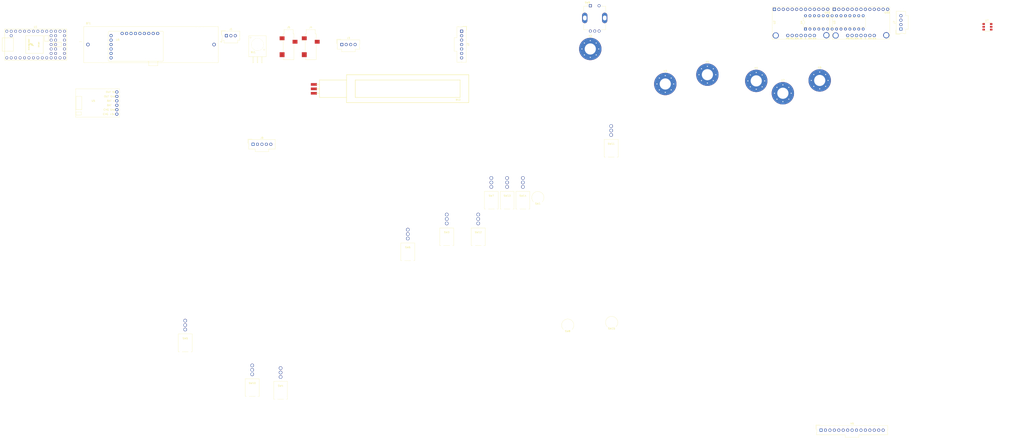
<source format=kicad_pcb>
(kicad_pcb (version 20211014) (generator pcbnew)
  (layers (0 "F.Cu" signal) (31 "B.Cu" signal) (34 "B.Paste" user) (35 "F.Paste" user) (36 "B.SilkS" user "B.Silkscreen") (37 "F.SilkS" user "F.Silkscreen") (38 "B.Mask" user) (39 "F.Mask" user) (44 "Edge.Cuts" user))
  (net 0 "")
  (net 1 "Net-(H1-Pad1)")
  (net 2 "Net-(H2-Pad1)")
  (net 3 "Net-(H3-Pad1)")
  (net 4 "Net-(H4-Pad1)")
  (net 5 "Net-(H6-Pad1)")
  (net 6 "Net-(H7-Pad1)")
  (footprint "teensy:Teensy40" (layer "F.Cu") (at -132.08 -71.12)
    (fp_text reference "U1" (at 0 -10.16) (layer "F.SilkS"))
    (fp_text value "Teensy4.0")
    (fp_text user "MIMXRT1062" (at -3.81 0 90) (layer "F.SilkS") (effects (font (size 0.7 0.7))))
    (fp_text user "DVL6A" (at 1.778 0 90) (layer "F.SilkS") (effects (font (size 0.7 0.7))))
    (pad "1" thru_hole circle locked (at -16.51 7.62) (size 1.6 1.6) (drill 1.1) (layers *.Cu *.Mask))
    (pad "2" thru_hole circle locked (at -13.97 7.62) (size 1.6 1.6) (drill 1.1) (layers *.Cu *.Mask))
    (pad "3" thru_hole circle locked (at -11.43 7.62) (size 1.6 1.6) (drill 1.1) (layers *.Cu *.Mask))
    (pad "4" thru_hole circle locked (at -8.89 7.62) (size 1.6 1.6) (drill 1.1) (layers *.Cu *.Mask))
    (pad "5" thru_hole circle locked (at -6.35 7.62) (size 1.6 1.6) (drill 1.1) (layers *.Cu *.Mask))
    (pad "6" thru_hole circle locked (at -3.81 7.62) (size 1.6 1.6) (drill 1.1) (layers *.Cu *.Mask))
    (pad "7" thru_hole circle locked (at -1.27 7.62) (size 1.6 1.6) (drill 1.1) (layers *.Cu *.Mask))
    (pad "8" thru_hole circle locked (at 1.27 7.62) (size 1.6 1.6) (drill 1.1) (layers *.Cu *.Mask))
    (pad "9" thru_hole circle locked (at 3.81 7.62) (size 1.6 1.6) (drill 1.1) (layers *.Cu *.Mask))
    (pad "10" thru_hole circle locked (at 6.35 7.62) (size 1.6 1.6) (drill 1.1) (layers *.Cu *.Mask))
    (pad "11" thru_hole circle locked (at 8.89 7.62) (size 1.6 1.6) (drill 1.1) (layers *.Cu *.Mask))
    (pad "12" thru_hole circle locked (at 11.43 7.62) (size 1.6 1.6) (drill 1.1) (layers *.Cu *.Mask))
    (pad "13" thru_hole circle locked (at 13.97 7.62) (size 1.6 1.6) (drill 1.1) (layers *.Cu *.Mask))
    (pad "14" thru_hole circle locked (at 16.51 7.62) (size 1.6 1.6) (drill 1.1) (layers *.Cu *.Mask))
    (pad "15" thru_hole circle locked (at 16.51 5.08) (size 1.6 1.6) (drill 1.1) (layers *.Cu *.Mask))
    (pad "16" thru_hole circle locked (at 16.51 2.54) (size 1.6 1.6) (drill 1.1) (layers *.Cu *.Mask))
    (pad "17" thru_hole circle locked (at 16.51 0) (size 1.6 1.6) (drill 1.1) (layers *.Cu *.Mask))
    (pad "18" thru_hole circle locked (at 16.51 -2.54) (size 1.6 1.6) (drill 1.1) (layers *.Cu *.Mask))
    (pad "19" thru_hole circle locked (at 16.51 -5.08) (size 1.6 1.6) (drill 1.1) (layers *.Cu *.Mask))
    (pad "20" thru_hole circle locked (at 16.51 -7.62) (size 1.6 1.6) (drill 1.1) (layers *.Cu *.Mask))
    (pad "21" thru_hole circle locked (at 13.97 -7.62) (size 1.6 1.6) (drill 1.1) (layers *.Cu *.Mask))
    (pad "22" thru_hole circle locked (at 11.43 -7.62) (size 1.6 1.6) (drill 1.1) (layers *.Cu *.Mask))
    (pad "23" thru_hole circle locked (at 8.89 -7.62) (size 1.6 1.6) (drill 1.1) (layers *.Cu *.Mask))
    (pad "24" thru_hole circle locked (at 6.35 -7.62) (size 1.6 1.6) (drill 1.1) (layers *.Cu *.Mask))
    (pad "25" thru_hole circle locked (at 3.81 -7.62) (size 1.6 1.6) (drill 1.1) (layers *.Cu *.Mask))
    (pad "26" thru_hole circle locked (at 1.27 -7.62) (size 1.6 1.6) (drill 1.1) (layers *.Cu *.Mask))
    (pad "27" thru_hole circle locked (at -1.27 -7.62) (size 1.6 1.6) (drill 1.1) (layers *.Cu *.Mask))
    (pad "28" thru_hole circle locked (at -3.81 -7.62) (size 1.6 1.6) (drill 1.1) (layers *.Cu *.Mask))
    (pad "29" thru_hole circle locked (at -6.35 -7.62) (size 1.6 1.6) (drill 1.1) (layers *.Cu *.Mask))
    (pad "30" thru_hole circle locked (at -8.89 -7.62) (size 1.6 1.6) (drill 1.1) (layers *.Cu *.Mask))
    (pad "31" thru_hole circle locked (at -11.43 -7.62) (size 1.6 1.6) (drill 1.1) (layers *.Cu *.Mask))
    (pad "32" thru_hole circle locked (at -13.97 -7.62) (size 1.6 1.6) (drill 1.1) (layers *.Cu *.Mask))
    (pad "33" thru_hole circle locked (at -16.51 -7.62) (size 1.6 1.6) (drill 1.1) (layers *.Cu *.Mask))
    (pad "34" thru_hole circle locked (at -13.97 -5.08) (size 1.6 1.6) (drill 1.1) (layers *.Cu *.Mask))
    (pad "35" thru_hole circle locked (at 11.43 -5.08) (size 1.6 1.6) (drill 1.1) (layers *.Cu *.Mask))
    (pad "36" thru_hole circle locked (at 8.89 -5.08) (size 1.6 1.6) (drill 1.1) (layers *.Cu *.Mask))
    (pad "37" thru_hole circle locked (at 11.43 -2.54) (size 1.6 1.6) (drill 1.1) (layers *.Cu *.Mask))
    (pad "38" thru_hole circle locked (at 8.89 -2.54) (size 1.6 1.6) (drill 1.1) (layers *.Cu *.Mask))
    (pad "39" thru_hole circle locked (at 11.43 0) (size 1.6 1.6) (drill 1.1) (layers *.Cu *.Mask))
    (pad "40" thru_hole circle locked (at 8.89 0) (size 1.6 1.6) (drill 1.1) (layers *.Cu *.Mask))
    (pad "41" thru_hole circle locked (at 11.43 2.54) (size 1.6 1.6) (drill 1.1) (layers *.Cu *.Mask))
    (pad "42" thru_hole circle locked (at 8.89 2.54) (size 1.6 1.6) (drill 1.1) (layers *.Cu *.Mask))
    (pad "43" thru_hole circle locked (at 11.43 5.08) (size 1.6 1.6) (drill 1.1) (layers *.Cu *.Mask))
    (pad "44" thru_hole circle locked (at 8.89 5.08) (size 1.6 1.6) (drill 1.1) (layers *.Cu *.Mask))
  )
  (footprint "MountingHole:MountingHole_6.4mm_M6_Pad_Via" (layer "F.Cu") (at 280.416 -50.292)
    (fp_text reference "H1" (at 0 -7.4) (layer "F.SilkS"))
    (fp_text value "MountingHole_Pad")
    (pad "1" thru_hole circle locked (at 3.394113 -3.394113) (size 0.9 0.9) (drill 0.6) (layers *.Cu *.Mask) (net 1 "Net-(H1-Pad1)"))
    (pad "1" thru_hole circle locked (at 3.394113 3.394113) (size 0.9 0.9) (drill 0.6) (layers *.Cu *.Mask) (net 1 "Net-(H1-Pad1)"))
    (pad "1" thru_hole circle locked (at -3.394113 -3.394113) (size 0.9 0.9) (drill 0.6) (layers *.Cu *.Mask) (net 1 "Net-(H1-Pad1)"))
    (pad "1" thru_hole circle locked (at 0 -4.8) (size 0.9 0.9) (drill 0.6) (layers *.Cu *.Mask) (net 1 "Net-(H1-Pad1)"))
    (pad "1" thru_hole circle locked (at 0 0) (size 12.8 12.8) (drill 6.4) (layers *.Cu *.Mask) (net 1 "Net-(H1-Pad1)"))
    (pad "1" thru_hole circle locked (at 4.8 0) (size 0.9 0.9) (drill 0.6) (layers *.Cu *.Mask) (net 1 "Net-(H1-Pad1)"))
    (pad "1" thru_hole circle locked (at -3.394113 3.394113) (size 0.9 0.9) (drill 0.6) (layers *.Cu *.Mask) (net 1 "Net-(H1-Pad1)"))
    (pad "1" thru_hole circle locked (at 0 4.8) (size 0.9 0.9) (drill 0.6) (layers *.Cu *.Mask) (net 1 "Net-(H1-Pad1)"))
    (pad "1" thru_hole circle locked (at -4.8 0) (size 0.9 0.9) (drill 0.6) (layers *.Cu *.Mask) (net 1 "Net-(H1-Pad1)"))
  )
  (footprint "MountingHole:MountingHole_6.4mm_M6_Pad_Via" (layer "F.Cu") (at 185.42 -68.58)
    (fp_text reference "H2" (at 0 -7.4) (layer "F.SilkS"))
    (fp_text value "MountingHole_Pad")
    (pad "1" thru_hole circle locked (at 0 0) (size 12.8 12.8) (drill 6.4) (layers *.Cu *.Mask) (net 2 "Net-(H2-Pad1)"))
    (pad "1" thru_hole circle locked (at 4.8 0) (size 0.9 0.9) (drill 0.6) (layers *.Cu *.Mask) (net 2 "Net-(H2-Pad1)"))
    (pad "1" thru_hole circle locked (at 0 -4.8) (size 0.9 0.9) (drill 0.6) (layers *.Cu *.Mask) (net 2 "Net-(H2-Pad1)"))
    (pad "1" thru_hole circle locked (at 3.394113 3.394113) (size 0.9 0.9) (drill 0.6) (layers *.Cu *.Mask) (net 2 "Net-(H2-Pad1)"))
    (pad "1" thru_hole circle locked (at -4.8 0) (size 0.9 0.9) (drill 0.6) (layers *.Cu *.Mask) (net 2 "Net-(H2-Pad1)"))
    (pad "1" thru_hole circle locked (at -3.394113 3.394113) (size 0.9 0.9) (drill 0.6) (layers *.Cu *.Mask) (net 2 "Net-(H2-Pad1)"))
    (pad "1" thru_hole circle locked (at 3.394113 -3.394113) (size 0.9 0.9) (drill 0.6) (layers *.Cu *.Mask) (net 2 "Net-(H2-Pad1)"))
    (pad "1" thru_hole circle locked (at 0 4.8) (size 0.9 0.9) (drill 0.6) (layers *.Cu *.Mask) (net 2 "Net-(H2-Pad1)"))
    (pad "1" thru_hole circle locked (at -3.394113 -3.394113) (size 0.9 0.9) (drill 0.6) (layers *.Cu *.Mask) (net 2 "Net-(H2-Pad1)"))
  )
  (footprint "MountingHole:MountingHole_6.4mm_M6_Pad_Via" (layer "F.Cu") (at 228.346 -48.514)
    (fp_text reference "H3" (at 0 -7.4) (layer "F.SilkS"))
    (fp_text value "MountingHole_Pad")
    (pad "1" thru_hole circle locked (at 0 4.8) (size 0.9 0.9) (drill 0.6) (layers *.Cu *.Mask) (net 3 "Net-(H3-Pad1)"))
    (pad "1" thru_hole circle locked (at -3.394113 -3.394113) (size 0.9 0.9) (drill 0.6) (layers *.Cu *.Mask) (net 3 "Net-(H3-Pad1)"))
    (pad "1" thru_hole circle locked (at -3.394113 3.394113) (size 0.9 0.9) (drill 0.6) (layers *.Cu *.Mask) (net 3 "Net-(H3-Pad1)"))
    (pad "1" thru_hole circle locked (at 3.394113 -3.394113) (size 0.9 0.9) (drill 0.6) (layers *.Cu *.Mask) (net 3 "Net-(H3-Pad1)"))
    (pad "1" thru_hole circle locked (at 3.394113 3.394113) (size 0.9 0.9) (drill 0.6) (layers *.Cu *.Mask) (net 3 "Net-(H3-Pad1)"))
    (pad "1" thru_hole circle locked (at 4.8 0) (size 0.9 0.9) (drill 0.6) (layers *.Cu *.Mask) (net 3 "Net-(H3-Pad1)"))
    (pad "1" thru_hole circle locked (at 0 0) (size 12.8 12.8) (drill 6.4) (layers *.Cu *.Mask) (net 3 "Net-(H3-Pad1)"))
    (pad "1" thru_hole circle locked (at 0 -4.8) (size 0.9 0.9) (drill 0.6) (layers *.Cu *.Mask) (net 3 "Net-(H3-Pad1)"))
    (pad "1" thru_hole circle locked (at -4.8 0) (size 0.9 0.9) (drill 0.6) (layers *.Cu *.Mask) (net 3 "Net-(H3-Pad1)"))
  )
  (footprint "MountingHole:MountingHole_6.4mm_M6_Pad_Via" (layer "F.Cu") (at 252.45 -53.848)
    (fp_text reference "H4" (at 0 -7.4) (layer "F.SilkS"))
    (fp_text value "MountingHole_Pad")
    (pad "1" thru_hole circle locked (at 0 -4.8) (size 0.9 0.9) (drill 0.6) (layers *.Cu *.Mask) (net 4 "Net-(H4-Pad1)"))
    (pad "1" thru_hole circle locked (at 0 4.8) (size 0.9 0.9) (drill 0.6) (layers *.Cu *.Mask) (net 4 "Net-(H4-Pad1)"))
    (pad "1" thru_hole circle locked (at -4.8 0) (size 0.9 0.9) (drill 0.6) (layers *.Cu *.Mask) (net 4 "Net-(H4-Pad1)"))
    (pad "1" thru_hole circle locked (at -3.394113 3.394113) (size 0.9 0.9) (drill 0.6) (layers *.Cu *.Mask) (net 4 "Net-(H4-Pad1)"))
    (pad "1" thru_hole circle locked (at -3.394113 -3.394113) (size 0.9 0.9) (drill 0.6) (layers *.Cu *.Mask) (net 4 "Net-(H4-Pad1)"))
    (pad "1" thru_hole circle locked (at 3.394113 3.394113) (size 0.9 0.9) (drill 0.6) (layers *.Cu *.Mask) (net 4 "Net-(H4-Pad1)"))
    (pad "1" thru_hole circle locked (at 0 0) (size 12.8 12.8) (drill 6.4) (layers *.Cu *.Mask) (net 4 "Net-(H4-Pad1)"))
    (pad "1" thru_hole circle locked (at 3.394113 -3.394113) (size 0.9 0.9) (drill 0.6) (layers *.Cu *.Mask) (net 4 "Net-(H4-Pad1)"))
    (pad "1" thru_hole circle locked (at 4.8 0) (size 0.9 0.9) (drill 0.6) (layers *.Cu *.Mask) (net 4 "Net-(H4-Pad1)"))
  )
  (footprint "clarinoid3:MPR121" (layer "F.Cu") (at 306.07 -83.82)
    (fp_text reference "U2" (at -15.24 0 90) (layer "F.SilkS"))
    (fp_text value "AdafruitMPR121")
    (fp_text user "G" (at 2.54 9.144) (layer "F.SilkS") (effects (font (size 0.8 0.8))))
    (fp_text user "GND" (at 14.986 -5.588) (layer "F.SilkS"))
    (fp_text user "IRQ" (at -7.62 9.144) (layer "F.SilkS") (effects (font (size 0.8 0.8))))
    (fp_text user "SDA" (at -2.54 9.144) (layer "F.SilkS") (effects (font (size 0.8 0.8))))
    (fp_text user "SCL" (at -5.08 9.144) (layer "F.SilkS") (effects (font (size 0.8 0.8))))
    (fp_text user "3v3" (at 7.62 9.144) (layer "F.SilkS") (effects (font (size 0.8 0.8))))
    (fp_text user "Ad" (at 0 9.144) (layer "F.SilkS") (effects (font (size 0.8 0.8))))
    (fp_text user "3vo" (at 5.08 9.144) (layer "F.SilkS") (effects (font (size 0.8 0.8))))
    (pad "" thru_hole circle locked (at 14.478 7.366) (size 3.5 3.5) (drill 2.6) (layers *.Cu *.Mask))
    (pad "" thru_hole circle locked (at -14.5 7.5) (size 3.5 3.5) (drill 2.6) (layers *.Cu *.Mask))
    (pad "0" thru_hole circle locked (at 12.7 -7.5) (size 1.8 1.8) (drill 1.1) (layers *.Cu *.Mask))
    (pad "1" thru_hole circle locked (at 10.16 -7.5) (size 1.8 1.8) (drill 1.1) (layers *.Cu *.Mask))
    (pad "2" thru_hole circle locked (at 7.62 -7.5) (size 1.8 1.8) (drill 1.1) (layers *.Cu *.Mask))
    (pad "3" thru_hole circle locked (at 5.08 -7.5) (size 1.8 1.8) (drill 1.1) (layers *.Cu *.Mask))
    (pad "4" thru_hole circle locked (at 2.54 -7.5) (size 1.8 1.8) (drill 1.1) (layers *.Cu *.Mask))
    (pad "5" thru_hole circle locked (at 0 -7.5) (size 1.8 1.8) (drill 1.1) (layers *.Cu *.Mask))
    (pad "6" thru_hole circle locked (at -2.54 -7.5) (size 1.8 1.8) (drill 1.1) (layers *.Cu *.Mask))
    (pad "7" thru_hole circle locked (at -5.08 -7.5) (size 1.8 1.8) (drill 1.1) (layers *.Cu *.Mask))
    (pad "8" thru_hole circle locked (at -7.62 -7.5) (size 1.8 1.8) (drill 1.1) (layers *.Cu *.Mask))
    (pad "9" thru_hole circle locked (at -10.16 -7.5) (size 1.8 1.8) (drill 1.1) (layers *.Cu *.Mask))
    (pad "10" thru_hole circle locked (at -12.7 -7.5) (size 1.8 1.8) (drill 1.1) (layers *.Cu *.Mask))
    (pad "11" thru_hole rect locked (at -15.24 -7.5) (size 1.8 1.8) (drill 1.1) (layers *.Cu *.Mask))
    (pad "12" thru_hole circle locked (at 15.24 -7.5) (size 1.8 1.8) (drill 1.1) (layers *.Cu *.Mask))
    (pad "13" thru_hole circle locked (at -7.62 7.5) (size 1.8 1.8) (drill 1.1) (layers *.Cu *.Mask))
    (pad "14" thru_hole circle locked (at -5.08 7.5) (size 1.8 1.8) (drill 1.1) (layers *.Cu *.Mask))
    (pad "15" thru_hole circle locked (at -2.54 7.5) (size 1.8 1.8) (drill 1.1) (layers *.Cu *.Mask))
    (pad "16" thru_hole circle locked (at 0 7.5) (size 1.8 1.8) (drill 1.1) (layers *.Cu *.Mask))
    (pad "17" thru_hole circle locked (at 2.54 7.5) (size 1.8 1.8) (drill 1.1) (layers *.Cu *.Mask))
    (pad "18" thru_hole circle locked (at 5.08 7.5) (size 1.8 1.8) (drill 1.1) (layers *.Cu *.Mask))
    (pad "19" thru_hole circle locked (at 7.62 7.5) (size 1.8 1.8) (drill 1.1) (layers *.Cu *.Mask))
  )
  (footprint "Connector_Molex:Molex_SL_171971-0015_1x15_P2.54mm_Vertical" (layer "F.Cu") (at 317.5 149.86)
    (fp_text reference "H5" (at 17.78 -3.75) (layer "F.SilkS"))
    (fp_text value "MountingHole_Pad")
    (pad "1" thru_hole roundrect locked (at 0 0) (size 1.74 1.74) (drill 1.09) (layers *.Cu *.Mask) (roundrect_rratio 0.143678))
    (pad "2" thru_hole circle locked (at 2.54 0) (size 1.74 1.74) (drill 1.09) (layers *.Cu *.Mask))
    (pad "3" thru_hole circle locked (at 5.08 0) (size 1.74 1.74) (drill 1.09) (layers *.Cu *.Mask))
    (pad "4" thru_hole circle locked (at 7.62 0) (size 1.74 1.74) (drill 1.09) (layers *.Cu *.Mask))
    (pad "5" thru_hole circle locked (at 10.16 0) (size 1.74 1.74) (drill 1.09) (layers *.Cu *.Mask))
    (pad "6" thru_hole circle locked (at 12.7 0) (size 1.74 1.74) (drill 1.09) (layers *.Cu *.Mask))
    (pad "7" thru_hole circle locked (at 15.24 0) (size 1.74 1.74) (drill 1.09) (layers *.Cu *.Mask))
    (pad "8" thru_hole circle locked (at 17.78 0) (size 1.74 1.74) (drill 1.09) (layers *.Cu *.Mask))
    (pad "9" thru_hole circle locked (at 20.32 0) (size 1.74 1.74) (drill 1.09) (layers *.Cu *.Mask))
    (pad "10" thru_hole circle locked (at 22.86 0) (size 1.74 1.74) (drill 1.09) (layers *.Cu *.Mask))
    (pad "11" thru_hole circle locked (at 25.4 0) (size 1.74 1.74) (drill 1.09) (layers *.Cu *.Mask))
    (pad "12" thru_hole circle locked (at 27.94 0) (size 1.74 1.74) (drill 1.09) (layers *.Cu *.Mask))
    (pad "13" thru_hole circle locked (at 30.48 0) (size 1.74 1.74) (drill 1.09) (layers *.Cu *.Mask))
    (pad "14" thru_hole circle locked (at 33.02 0) (size 1.74 1.74) (drill 1.09) (layers *.Cu *.Mask))
    (pad "15" thru_hole circle locked (at 35.56 0) (size 1.74 1.74) (drill 1.09) (layers *.Cu *.Mask))
  )
  (footprint "clarinoid3:MPR121" (layer "F.Cu") (at 340.36 -83.82)
    (fp_text reference "U3" (at -15.24 0 90) (layer "F.SilkS"))
    (fp_text value "AdafruitMPR121")
    (fp_text user "3vo" (at 5.08 9.144) (layer "F.SilkS") (effects (font (size 0.8 0.8))))
    (fp_text user "IRQ" (at -7.62 9.144) (layer "F.SilkS") (effects (font (size 0.8 0.8))))
    (fp_text user "3v3" (at 7.62 9.144) (layer "F.SilkS") (effects (font (size 0.8 0.8))))
    (fp_text user "SDA" (at -2.54 9.144) (layer "F.SilkS") (effects (font (size 0.8 0.8))))
    (fp_text user "G" (at 2.54 9.144) (layer "F.SilkS") (effects (font (size 0.8 0.8))))
    (fp_text user "Ad" (at 0 9.144) (layer "F.SilkS") (effects (font (size 0.8 0.8))))
    (fp_text user "SCL" (at -5.08 9.144) (layer "F.SilkS") (effects (font (size 0.8 0.8))))
    (fp_text user "GND" (at 14.986 -5.588) (layer "F.SilkS"))
    (pad "" thru_hole circle locked (at 14.478 7.366) (size 3.5 3.5) (drill 2.6) (layers *.Cu *.Mask))
    (pad "" thru_hole circle locked (at -14.5 7.5) (size 3.5 3.5) (drill 2.6) (layers *.Cu *.Mask))
    (pad "0" thru_hole circle locked (at 12.7 -7.5) (size 1.8 1.8) (drill 1.1) (layers *.Cu *.Mask))
    (pad "1" thru_hole circle locked (at 10.16 -7.5) (size 1.8 1.8) (drill 1.1) (layers *.Cu *.Mask))
    (pad "2" thru_hole circle locked (at 7.62 -7.5) (size 1.8 1.8) (drill 1.1) (layers *.Cu *.Mask))
    (pad "3" thru_hole circle locked (at 5.08 -7.5) (size 1.8 1.8) (drill 1.1) (layers *.Cu *.Mask))
    (pad "4" thru_hole circle locked (at 2.54 -7.5) (size 1.8 1.8) (drill 1.1) (layers *.Cu *.Mask))
    (pad "5" thru_hole circle locked (at 0 -7.5) (size 1.8 1.8) (drill 1.1) (layers *.Cu *.Mask))
    (pad "6" thru_hole circle locked (at -2.54 -7.5) (size 1.8 1.8) (drill 1.1) (layers *.Cu *.Mask))
    (pad "7" thru_hole circle locked (at -5.08 -7.5) (size 1.8 1.8) (drill 1.1) (layers *.Cu *.Mask))
    (pad "8" thru_hole circle locked (at -7.62 -7.5) (size 1.8 1.8) (drill 1.1) (layers *.Cu *.Mask))
    (pad "9" thru_hole circle locked (at -10.16 -7.5) (size 1.8 1.8) (drill 1.1) (layers *.Cu *.Mask))
    (pad "10" thru_hole circle locked (at -12.7 -7.5) (size 1.8 1.8) (drill 1.1) (layers *.Cu *.Mask))
    (pad "11" thru_hole rect locked (at -15.24 -7.5) (size 1.8 1.8) (drill 1.1) (layers *.Cu *.Mask))
    (pad "12" thru_hole circle locked (at 15.24 -7.5) (size 1.8 1.8) (drill 1.1) (layers *.Cu *.Mask))
    (pad "13" thru_hole circle locked (at -7.62 7.5) (size 1.8 1.8) (drill 1.1) (layers *.Cu *.Mask))
    (pad "14" thru_hole circle locked (at -5.08 7.5) (size 1.8 1.8) (drill 1.1) (layers *.Cu *.Mask))
    (pad "15" thru_hole circle locked (at -2.54 7.5) (size 1.8 1.8) (drill 1.1) (layers *.Cu *.Mask))
    (pad "16" thru_hole circle locked (at 0 7.5) (size 1.8 1.8) (drill 1.1) (layers *.Cu *.Mask))
    (pad "17" thru_hole circle locked (at 2.54 7.5) (size 1.8 1.8) (drill 1.1) (layers *.Cu *.Mask))
    (pad "18" thru_hole circle locked (at 5.08 7.5) (size 1.8 1.8) (drill 1.1) (layers *.Cu *.Mask))
    (pad "19" thru_hole circle locked (at 7.62 7.5) (size 1.8 1.8) (drill 1.1) (layers *.Cu *.Mask))
  )
  (footprint "Package_DIP:DIP-28_W7.62mm" (layer "F.Cu") (at 308.61 -80.01 90)
    (fp_text reference "U4" (at 3.81 -2.33 90) (layer "F.SilkS"))
    (fp_text value "MCP23017_SP")
    (pad "1" thru_hole rect locked (at 0 0 90) (size 1.6 1.6) (drill 0.8) (layers *.Cu *.Mask))
    (pad "2" thru_hole oval locked (at 0 2.54 90) (size 1.6 1.6) (drill 0.8) (layers *.Cu *.Mask))
    (pad "3" thru_hole oval locked (at 0 5.08 90) (size 1.6 1.6) (drill 0.8) (layers *.Cu *.Mask))
    (pad "4" thru_hole oval locked (at 0 7.62 90) (size 1.6 1.6) (drill 0.8) (layers *.Cu *.Mask))
    (pad "5" thru_hole oval locked (at 0 10.16 90) (size 1.6 1.6) (drill 0.8) (layers *.Cu *.Mask))
    (pad "6" thru_hole oval locked (at 0 12.7 90) (size 1.6 1.6) (drill 0.8) (layers *.Cu *.Mask))
    (pad "7" thru_hole oval locked (at 0 15.24 90) (size 1.6 1.6) (drill 0.8) (layers *.Cu *.Mask))
    (pad "8" thru_hole oval locked (at 0 17.78 90) (size 1.6 1.6) (drill 0.8) (layers *.Cu *.Mask))
    (pad "9" thru_hole oval locked (at 0 20.32 90) (size 1.6 1.6) (drill 0.8) (layers *.Cu *.Mask))
    (pad "10" thru_hole oval locked (at 0 22.86 90) (size 1.6 1.6) (drill 0.8) (layers *.Cu *.Mask))
    (pad "11" thru_hole oval locked (at 0 25.4 90) (size 1.6 1.6) (drill 0.8) (layers *.Cu *.Mask))
    (pad "12" thru_hole oval locked (at 0 27.94 90) (size 1.6 1.6) (drill 0.8) (layers *.Cu *.Mask))
    (pad "13" thru_hole oval locked (at 0 30.48 90) (size 1.6 1.6) (drill 0.8) (layers *.Cu *.Mask))
    (pad "14" thru_hole oval locked (at 0 33.02 90) (size 1.6 1.6) (drill 0.8) (layers *.Cu *.Mask))
    (pad "15" thru_hole oval locked (at 7.62 33.02 90) (size 1.6 1.6) (drill 0.8) (layers *.Cu *.Mask))
    (pad "16" thru_hole oval locked (at 7.62 30.48 90) (size 1.6 1.6) (drill 0.8) (layers *.Cu *.Mask))
    (pad "17" thru_hole oval locked (at 7.62 27.94 90) (size 1.6 1.6) (drill 0.8) (layers *.Cu *.Mask))
    (pad "18" thru_hole oval locked (at 7.62 25.4 90) (size 1.6 1.6) (drill 0.8) (layers *.Cu *.Mask))
    (pad "19" thru_hole oval locked (at 7.62 22.86 90) (size 1.6 1.6) (drill 0.8) (layers *.Cu *.Mask))
    (pad "20" thru_hole oval locked (at 7.62 20.32 90) (size 1.6 1.6) (drill 0.8) (layers *.Cu *.Mask))
    (pad "21" thru_hole oval locked (at 7.62 17.78 90) (size 1.6 1.6) (drill 0.8) (layers *.Cu *.Mask))
    (pad "22" thru_hole oval locked (at 7.62 15.24 90) (size 1.6 1.6) (drill 0.8) (layers *.Cu *.Mask))
    (pad "23" thru_hole oval locked (at 7.62 12.7 90) (size 1.6 1.6) (drill 0.8) (layers *.Cu *.Mask))
    (pad "24" thru_hole oval locked (at 7.62 10.16 90) (size 1.6 1.6) (drill 0.8) (layers *.Cu *.Mask))
    (pad "25" thru_hole oval locked (at 7.62 7.62 90) (size 1.6 1.6) (drill 0.8) (layers *.Cu *.Mask))
    (pad "26" thru_hole oval locked (at 7.62 5.08 90) (size 1.6 1.6) (drill 0.8) (layers *.Cu *.Mask))
    (pad "27" thru_hole oval locked (at 7.62 2.54 90) (size 1.6 1.6) (drill 0.8) (layers *.Cu *.Mask))
    (pad "28" thru_hole oval locked (at 7.62 0 90) (size 1.6 1.6) (drill 0.8) (layers *.Cu *.Mask))
  )
  (footprint "clarinoid3:KEYSTONE_1043" (layer "F.Cu") (at -66.04 -71.12)
    (fp_text reference "BT1" (at -35.825 -12.135) (layer "F.SilkS"))
    (fp_text value "Battery_Cell")
    (pad "" np_thru_hole circle locked (at -27.47 7.87) (size 3.55 3.55) (drill 3.55) (layers *.Cu *.Mask))
    (pad "" np_thru_hole circle locked (at 36.11 7.87) (size 2.39 2.39) (drill 2.39) (layers *.Cu *.Mask))
    (pad "" np_thru_hole circle locked (at 27.73 -7.87) (size 3.55 3.55) (drill 3.55) (layers *.Cu *.Mask))
    (pad "N" thru_hole circle locked (at -36.11 0) (size 1.98 1.98) (drill 1.32) (layers *.Cu *.Mask))
    (pad "P" thru_hole circle locked (at 36.11 0) (size 1.98 1.98) (drill 1.32) (layers *.Cu *.Mask))
  )
  (footprint "MountingHole:MountingHole_6.4mm_M6_Pad_Via" (layer "F.Cu") (at 316.738 -50.546)
    (fp_text reference "H6" (at 0 -7.4) (layer "F.SilkS"))
    (fp_text value "MountingHole_Pad")
    (pad "1" thru_hole circle locked (at -4.8 0) (size 0.9 0.9) (drill 0.6) (layers *.Cu *.Mask) (net 5 "Net-(H6-Pad1)"))
    (pad "1" thru_hole circle locked (at 3.394113 3.394113) (size 0.9 0.9) (drill 0.6) (layers *.Cu *.Mask) (net 5 "Net-(H6-Pad1)"))
    (pad "1" thru_hole circle locked (at 0 0) (size 12.8 12.8) (drill 6.4) (layers *.Cu *.Mask) (net 5 "Net-(H6-Pad1)"))
    (pad "1" thru_hole circle locked (at 3.394113 -3.394113) (size 0.9 0.9) (drill 0.6) (layers *.Cu *.Mask) (net 5 "Net-(H6-Pad1)"))
    (pad "1" thru_hole circle locked (at 0 4.8) (size 0.9 0.9) (drill 0.6) (layers *.Cu *.Mask) (net 5 "Net-(H6-Pad1)"))
    (pad "1" thru_hole circle locked (at -3.394113 3.394113) (size 0.9 0.9) (drill 0.6) (layers *.Cu *.Mask) (net 5 "Net-(H6-Pad1)"))
    (pad "1" thru_hole circle locked (at 4.8 0) (size 0.9 0.9) (drill 0.6) (layers *.Cu *.Mask) (net 5 "Net-(H6-Pad1)"))
    (pad "1" thru_hole circle locked (at -3.394113 -3.394113) (size 0.9 0.9) (drill 0.6) (layers *.Cu *.Mask) (net 5 "Net-(H6-Pad1)"))
    (pad "1" thru_hole circle locked (at 0 -4.8) (size 0.9 0.9) (drill 0.6) (layers *.Cu *.Mask) (net 5 "Net-(H6-Pad1)"))
  )
  (footprint "MountingHole:MountingHole_6.4mm_M6_Pad_Via" (layer "F.Cu") (at 295.656 -43.206)
    (fp_text reference "H7" (at 0 -7.4) (layer "F.SilkS"))
    (fp_text value "MountingHole_Pad")
    (pad "1" thru_hole circle locked (at 4.8 0) (size 0.9 0.9) (drill 0.6) (layers *.Cu *.Mask) (net 6 "Net-(H7-Pad1)"))
    (pad "1" thru_hole circle locked (at 0 -4.8) (size 0.9 0.9) (drill 0.6) (layers *.Cu *.Mask) (net 6 "Net-(H7-Pad1)"))
    (pad "1" thru_hole circle locked (at 0 0) (size 12.8 12.8) (drill 6.4) (layers *.Cu *.Mask) (net 6 "Net-(H7-Pad1)"))
    (pad "1" thru_hole circle locked (at -3.394113 -3.394113) (size 0.9 0.9) (drill 0.6) (layers *.Cu *.Mask) (net 6 "Net-(H7-Pad1)"))
    (pad "1" thru_hole circle locked (at -4.8 0) (size 0.9 0.9) (drill 0.6) (layers *.Cu *.Mask) (net 6 "Net-(H7-Pad1)"))
    (pad "1" thru_hole circle locked (at 0 4.8) (size 0.9 0.9) (drill 0.6) (layers *.Cu *.Mask) (net 6 "Net-(H7-Pad1)"))
    (pad "1" thru_hole circle locked (at 3.394113 3.394113) (size 0.9 0.9) (drill 0.6) (layers *.Cu *.Mask) (net 6 "Net-(H7-Pad1)"))
    (pad "1" thru_hole circle locked (at -3.394113 3.394113) (size 0.9 0.9) (drill 0.6) (layers *.Cu *.Mask) (net 6 "Net-(H7-Pad1)"))
    (pad "1" thru_hole circle locked (at 3.394113 -3.394113) (size 0.9 0.9) (drill 0.6) (layers *.Cu *.Mask) (net 6 "Net-(H7-Pad1)"))
  )
  (footprint "Connector_Molex:Molex_SL_171971-0003_1x03_P2.54mm_Vertical" (layer "F.Cu") (at -22.86 -76.2)
    (fp_text reference "J1" (at 2.54 -3.75) (layer "F.SilkS"))
    (fp_text value "LEDs")
    (pad "1" thru_hole roundrect locked (at 0 0) (size 1.74 1.74) (drill 1.09) (layers *.Cu *.Mask) (roundrect_rratio 0.143678))
    (pad "2" thru_hole circle locked (at 2.54 0) (size 1.74 1.74) (drill 1.09) (layers *.Cu *.Mask))
    (pad "3" thru_hole circle locked (at 5.08 0) (size 1.74 1.74) (drill 1.09) (layers *.Cu *.Mask))
  )
  (footprint "Connector_Molex:Molex_SL_171971-0007_1x07_P2.54mm_Vertical" (layer "F.Cu") (at 111.76 -78.74 -90)
    (fp_text reference "J2" (at 7.62 -3.75 90) (layer "F.SilkS"))
    (fp_text value "OLED")
    (pad "1" thru_hole roundrect locked (at 0 0 270) (size 1.74 1.74) (drill 1.09) (layers *.Cu *.Mask) (roundrect_rratio 0.143678))
    (pad "2" thru_hole circle locked (at 2.54 0 270) (size 1.74 1.74) (drill 1.09) (layers *.Cu *.Mask))
    (pad "3" thru_hole circle locked (at 5.08 0 270) (size 1.74 1.74) (drill 1.09) (layers *.Cu *.Mask))
    (pad "4" thru_hole circle locked (at 7.62 0 270) (size 1.74 1.74) (drill 1.09) (layers *.Cu *.Mask))
    (pad "5" thru_hole circle locked (at 10.16 0 270) (size 1.74 1.74) (drill 1.09) (layers *.Cu *.Mask))
    (pad "6" thru_hole circle locked (at 12.7 0 270) (size 1.74 1.74) (drill 1.09) (layers *.Cu *.Mask))
    (pad "7" thru_hole circle locked (at 15.24 0 270) (size 1.74 1.74) (drill 1.09) (layers *.Cu *.Mask))
  )
  (footprint "Connector_Molex:Molex_SL_171971-0004_1x04_P2.54mm_Vertical" (layer "F.Cu") (at 43.18 -71.12)
    (fp_text reference "J3" (at 3.81 -3.75) (layer "F.SilkS"))
    (fp_text value "Speaker")
    (pad "1" thru_hole roundrect locked (at 0 0) (size 1.74 1.74) (drill 1.09) (layers *.Cu *.Mask) (roundrect_rratio 0.143678))
    (pad "2" thru_hole circle locked (at 2.54 0) (size 1.74 1.74) (drill 1.09) (layers *.Cu *.Mask))
    (pad "3" thru_hole circle locked (at 5.08 0) (size 1.74 1.74) (drill 1.09) (layers *.Cu *.Mask))
    (pad "4" thru_hole circle locked (at 7.62 0) (size 1.74 1.74) (drill 1.09) (layers *.Cu *.Mask))
  )
  (footprint "clarinoid3:Jack_3.5mm_CUI_SJ-3523-SMT_Horizontal" (layer "F.Cu") (at 25.4 -71.12)
    (fp_text reference "J4" (at 0 -9.9) (layer "F.SilkS"))
    (fp_text value "MIDIOut")
    (pad "" np_thru_hole circle locked (at 0 -2.5) (size 1.7 1.7) (drill 1.7) (layers *.Cu *.Mask))
    (pad "" np_thru_hole circle locked (at 0 4.5) (size 1.7 1.7) (drill 1.7) (layers *.Cu *.Mask))
    (pad "R" smd rect locked (at 3.7 -1.6) (size 2.8 2.2) (layers "F.Cu" "F.Paste" "F.Mask"))
    (pad "S" smd rect locked (at -3.7 -3.6) (size 2.8 2.2) (layers "F.Cu" "F.Paste" "F.Mask"))
    (pad "T" smd rect locked (at -3.7 5.8) (size 2.8 2.8) (layers "F.Cu" "F.Paste" "F.Mask"))
  )
  (footprint "clarinoid3:Jack_3.5mm_CUI_SJ-3523-SMT_Horizontal" (layer "F.Cu") (at 12.7 -71.12)
    (fp_text reference "J5" (at 0 -9.9) (layer "F.SilkS"))
    (fp_text value "AudioOut")
    (pad "" np_thru_hole circle locked (at 0 -2.5) (size 1.7 1.7) (drill 1.7) (layers *.Cu *.Mask))
    (pad "" np_thru_hole circle locked (at 0 4.5) (size 1.7 1.7) (drill 1.7) (layers *.Cu *.Mask))
    (pad "R" smd rect locked (at 3.7 -1.6) (size 2.8 2.2) (layers "F.Cu" "F.Paste" "F.Mask"))
    (pad "S" smd rect locked (at -3.7 -3.6) (size 2.8 2.2) (layers "F.Cu" "F.Paste" "F.Mask"))
    (pad "T" smd rect locked (at -3.7 5.8) (size 2.8 2.8) (layers "F.Cu" "F.Paste" "F.Mask"))
  )
  (footprint "Connector_Molex:Molex_SL_171971-0005_1x05_P2.54mm_Vertical" (layer "F.Cu") (at -7.62 -13.97)
    (fp_text reference "J6" (at 5.08 -3.75) (layer "F.SilkS"))
    (fp_text value "RHkeys")
    (pad "1" thru_hole roundrect locked (at 0 0) (size 1.74 1.74) (drill 1.09) (layers *.Cu *.Mask) (roundrect_rratio 0.143678))
    (pad "2" thru_hole circle locked (at 2.54 0) (size 1.74 1.74) (drill 1.09) (layers *.Cu *.Mask))
    (pad "3" thru_hole circle locked (at 5.08 0) (size 1.74 1.74) (drill 1.09) (layers *.Cu *.Mask))
    (pad "4" thru_hole circle locked (at 7.62 0) (size 1.74 1.74) (drill 1.09) (layers *.Cu *.Mask))
    (pad "5" thru_hole circle locked (at 10.16 0) (size 1.74 1.74) (drill 1.09) (layers *.Cu *.Mask))
  )
  (footprint "Connector_Molex:Molex_SL_171971-0004_1x04_P2.54mm_Vertical" (layer "F.Cu") (at 363.22 -80.01 90)
    (fp_text reference "J7" (at 3.81 -3.75 90) (layer "F.SilkS"))
    (fp_text value "BREATHI2C")
    (pad "1" thru_hole roundrect locked (at 0 0 90) (size 1.74 1.74) (drill 1.09) (layers *.Cu *.Mask) (roundrect_rratio 0.143678))
    (pad "2" thru_hole circle locked (at 2.54 0 90) (size 1.74 1.74) (drill 1.09) (layers *.Cu *.Mask))
    (pad "3" thru_hole circle locked (at 5.08 0 90) (size 1.74 1.74) (drill 1.09) (layers *.Cu *.Mask))
    (pad "4" thru_hole circle locked (at 7.62 0 90) (size 1.74 1.74) (drill 1.09) (layers *.Cu *.Mask))
  )
  (footprint "clarinoid3:Bourns_POT_PTR902-2020K-A103_PANEL" (layer "F.Cu") (at -4.83 -58.87)
    (fp_text reference "RV1" (at -2.75 -7.75) (layer "F.SilkS"))
    (fp_text value "VOL")
    (pad "" np_thru_hole circle locked (at -0.25 -12.25) (size 7 7) (drill 7) (layers *.Cu *.Mask))
  )
  (footprint "clarinoid3:MAT060-B100K-231-A01" (layer "F.Cu") (at 81.28 -35.56)
    (fp_text reference "RV2" (at 28.48 -3.82) (layer "F.SilkS"))
    (fp_text value "PITCH")
    (pad "1" smd rect locked (at -54.07 -12.71) (size 3.5 1.5) (layers "F.Cu" "F.Paste" "F.Mask"))
    (pad "2" smd rect locked (at -54.07 -10.17) (size 3.5 1.5) (layers "F.Cu" "F.Paste" "F.Mask"))
    (pad "3" smd rect locked (at -54.07 -7.63) (size 3.5 1.5) (layers "F.Cu" "F.Paste" "F.Mask"))
  )
  (footprint "clarinoid3:NKK_FB_PANEL" (layer "F.Cu") (at 155.370875 21.564875)
    (fp_text reference "SW1" (at 0 -1.5) (layer "F.SilkS"))
    (fp_text value "CHARGE INDICATOR")
    (pad "" np_thru_hole circle locked (at 0 -5) (size 5.5 5.5) (drill 5.5) (layers *.Cu *.Mask))
  )
  (footprint "clarinoid3:MB2511S2G45" (layer "F.Cu") (at 105.236001 37.75)
    (fp_text reference "SW3" (at -2 -1.28) (layer "F.SilkS"))
    (fp_text value "LHx2")
    (pad "" np_thru_hole circle locked (at 0.54 6.34) (size 1.5 1.5) (drill 1.5) (layers *.Cu *.Mask))
    (pad "" np_thru_hole circle locked (at -4.54 6.34) (size 1.5 1.5) (drill 1.5) (layers *.Cu *.Mask))
    (pad "1" thru_hole circle locked (at -2 -11.44) (size 2 2) (drill 1.5) (layers *.Cu *.Mask))
    (pad "2" thru_hole circle locked (at -2 -8.9) (size 2 2) (drill 1.5) (layers *.Cu *.Mask))
    (pad "3" thru_hole circle locked (at -2 -6.36) (size 2 2) (drill 1.5) (layers *.Cu *.Mask))
  )
  (footprint "clarinoid3:MB2511S2G45" (layer "F.Cu") (at 10.128 125.74)
    (fp_text reference "SW4" (at -2 -1.28) (layer "F.SilkS"))
    (fp_text value "LHx1")
    (pad "" np_thru_hole circle locked (at 0.54 6.34) (size 1.5 1.5) (drill 1.5) (layers *.Cu *.Mask))
    (pad "" np_thru_hole circle locked (at -4.54 6.34) (size 1.5 1.5) (drill 1.5) (layers *.Cu *.Mask))
    (pad "1" thru_hole circle locked (at -2 -11.44) (size 2 2) (drill 1.5) (layers *.Cu *.Mask))
    (pad "2" thru_hole circle locked (at -2 -8.9) (size 2 2) (drill 1.5) (layers *.Cu *.Mask))
    (pad "3" thru_hole circle locked (at -2 -6.36) (size 2 2) (drill 1.5) (layers *.Cu *.Mask))
  )
  (footprint "clarinoid3:MB2511S2G45" (layer "F.Cu") (at -44.45 98.552)
    (fp_text reference "SW5" (at -2 -1.28) (layer "F.SilkS"))
    (fp_text value "LHx3")
    (pad "" np_thru_hole circle locked (at -4.54 6.34) (size 1.5 1.5) (drill 1.5) (layers *.Cu *.Mask))
    (pad "" np_thru_hole circle locked (at 0.54 6.34) (size 1.5 1.5) (drill 1.5) (layers *.Cu *.Mask))
    (pad "1" thru_hole circle locked (at -2 -11.44) (size 2 2) (drill 1.5) (layers *.Cu *.Mask))
    (pad "2" thru_hole circle locked (at -2 -8.9) (size 2 2) (drill 1.5) (layers *.Cu *.Mask))
    (pad "3" thru_hole circle locked (at -2 -6.36) (size 2 2) (drill 1.5) (layers *.Cu *.Mask))
  )
  (footprint "clarinoid3:MB2511S2G45" (layer "F.Cu") (at 82.946001 46.4)
    (fp_text reference "SW6" (at -2 -1.28) (layer "F.SilkS"))
    (fp_text value "LHx5")
    (pad "" np_thru_hole circle locked (at -4.54 6.34) (size 1.5 1.5) (drill 1.5) (layers *.Cu *.Mask))
    (pad "" np_thru_hole circle locked (at 0.54 6.34) (size 1.5 1.5) (drill 1.5) (layers *.Cu *.Mask))
    (pad "1" thru_hole circle locked (at -2 -11.44) (size 2 2) (drill 1.5) (layers *.Cu *.Mask))
    (pad "2" thru_hole circle locked (at -2 -8.9) (size 2 2) (drill 1.5) (layers *.Cu *.Mask))
    (pad "3" thru_hole circle locked (at -2 -6.36) (size 2 2) (drill 1.5) (layers *.Cu *.Mask))
  )
  (footprint "clarinoid3:MB2511S2G45" (layer "F.Cu") (at 130.786001 16.82)
    (fp_text reference "SW7" (at -2 -1.28) (layer "F.SilkS"))
    (fp_text value "LHx4")
    (pad "" np_thru_hole circle locked (at 0.54 6.34) (size 1.5 1.5) (drill 1.5) (layers *.Cu *.Mask))
    (pad "" np_thru_hole circle locked (at -4.54 6.34) (size 1.5 1.5) (drill 1.5) (layers *.Cu *.Mask))
    (pad "1" thru_hole circle locked (at -2 -11.44) (size 2 2) (drill 1.5) (layers *.Cu *.Mask))
    (pad "2" thru_hole circle locked (at -2 -8.9) (size 2 2) (drill 1.5) (layers *.Cu *.Mask))
    (pad "3" thru_hole circle locked (at -2 -6.36) (size 2 2) (drill 1.5) (layers *.Cu *.Mask))
  )
  (footprint "clarinoid3:NKK_FB_PANEL" (layer "F.Cu") (at 172.466 94.662)
    (fp_text reference "SW8" (at 0 -1.5) (layer "F.SilkS"))
    (fp_text value "LHx6")
    (pad "" np_thru_hole circle locked (at 0 -5) (size 5.5 5.5) (drill 5.5) (layers *.Cu *.Mask))
  )
  (footprint "clarinoid3:Bourns_ENC_PEC11R-4215F-S0024" (layer "F.Cu") (at 187.96 -86.36)
    (fp_text reference "SW9" (at -4.175 -8.835) (layer "F.SilkS"))
    (fp_text value "Rotary_Encoder_Switch")
    (pad "1" thru_hole rect locked (at -2.5 -7) (size 1.65 1.65) (drill 1.1) (layers *.Cu *.Mask))
    (pad "2" thru_hole circle locked (at 2.5 -7) (size 1.65 1.65) (drill 1.1) (layers *.Cu *.Mask))
    (pad "A" thru_hole circle locked (at -2.5 7.5) (size 1.65 1.65) (drill 1.1) (layers *.Cu *.Mask))
    (pad "B" thru_hole circle locked (at 2.5 7.5) (size 1.65 1.65) (drill 1.1) (layers *.Cu *.Mask))
    (pad "COM" thru_hole circle locked (at 0 7.5) (size 1.65 1.65) (drill 1.1) (layers *.Cu *.Mask))
    (pad "S1" thru_hole oval locked (at -5.7 0) (size 3 6) (drill oval 2 2.8) (layers *.Cu *.Mask))
    (pad "S2" thru_hole oval locked (at 5.7 0) (size 3 6) (drill oval 2 2.8) (layers *.Cu *.Mask))
  )
  (footprint "clarinoid3:MB2511S2G45" (layer "F.Cu") (at -6.096 124.206)
    (fp_text reference "SW10" (at -2 -1.28) (layer "F.SilkS"))
    (fp_text value "RHx1")
    (pad "" np_thru_hole circle locked (at 0.54 6.34) (size 1.5 1.5) (drill 1.5) (layers *.Cu *.Mask))
    (pad "" np_thru_hole circle locked (at -4.54 6.34) (size 1.5 1.5) (drill 1.5) (layers *.Cu *.Mask))
    (pad "1" thru_hole circle locked (at -2 -11.44) (size 2 2) (drill 1.5) (layers *.Cu *.Mask))
    (pad "2" thru_hole circle locked (at -2 -8.9) (size 2 2) (drill 1.5) (layers *.Cu *.Mask))
    (pad "3" thru_hole circle locked (at -2 -6.36) (size 2 2) (drill 1.5) (layers *.Cu *.Mask))
  )
  (footprint "clarinoid3:MB2511S2G45" (layer "F.Cu") (at 199.39 -12.954)
    (fp_text reference "SW11" (at -2 -1.28) (layer "F.SilkS"))
    (fp_text value "RHx2")
    (pad "" np_thru_hole circle locked (at 0.54 6.34) (size 1.5 1.5) (drill 1.5) (layers *.Cu *.Mask))
    (pad "" np_thru_hole circle locked (at -4.54 6.34) (size 1.5 1.5) (drill 1.5) (layers *.Cu *.Mask))
    (pad "1" thru_hole circle locked (at -2 -11.44) (size 2 2) (drill 1.5) (layers *.Cu *.Mask))
    (pad "2" thru_hole circle locked (at -2 -8.9) (size 2 2) (drill 1.5) (layers *.Cu *.Mask))
    (pad "3" thru_hole circle locked (at -2 -6.36) (size 2 2) (drill 1.5) (layers *.Cu *.Mask))
  )
  (footprint "clarinoid3:MB2511S2G45" (layer "F.Cu") (at 123.276001 37.75)
    (fp_text reference "SW12" (at -2 -1.28) (layer "F.SilkS"))
    (fp_text value "RHx3")
    (pad "" np_thru_hole circle locked (at 0.54 6.34) (size 1.5 1.5) (drill 1.5) (layers *.Cu *.Mask))
    (pad "" np_thru_hole circle locked (at -4.54 6.34) (size 1.5 1.5) (drill 1.5) (layers *.Cu *.Mask))
    (pad "1" thru_hole circle locked (at -2 -11.44) (size 2 2) (drill 1.5) (layers *.Cu *.Mask))
    (pad "2" thru_hole circle locked (at -2 -8.9) (size 2 2) (drill 1.5) (layers *.Cu *.Mask))
    (pad "3" thru_hole circle locked (at -2 -6.36) (size 2 2) (drill 1.5) (layers *.Cu *.Mask))
  )
  (footprint "clarinoid3:MB2511S2G45" (layer "F.Cu") (at 139.806001 16.82)
    (fp_text reference "SW13" (at -2 -1.28) (layer "F.SilkS"))
    (fp_text value "RHx4")
    (pad "" np_thru_hole circle locked (at -4.54 6.34) (size 1.5 1.5) (drill 1.5) (layers *.Cu *.Mask))
    (pad "" np_thru_hole circle locked (at 0.54 6.34) (size 1.5 1.5) (drill 1.5) (layers *.Cu *.Mask))
    (pad "1" thru_hole circle locked (at -2 -11.44) (size 2 2) (drill 1.5) (layers *.Cu *.Mask))
    (pad "2" thru_hole circle locked (at -2 -8.9) (size 2 2) (drill 1.5) (layers *.Cu *.Mask))
    (pad "3" thru_hole circle locked (at -2 -6.36) (size 2 2) (drill 1.5) (layers *.Cu *.Mask))
  )
  (footprint "clarinoid3:MB2511S2G45" (layer "F.Cu") (at 148.826001 16.82)
    (fp_text reference "SW14" (at -2 -1.28) (layer "F.SilkS"))
    (fp_text value "RHx5")
    (pad "" np_thru_hole circle locked (at -4.54 6.34) (size 1.5 1.5) (drill 1.5) (layers *.Cu *.Mask))
    (pad "" np_thru_hole circle locked (at 0.54 6.34) (size 1.5 1.5) (drill 1.5) (layers *.Cu *.Mask))
    (pad "1" thru_hole circle locked (at -2 -11.44) (size 2 2) (drill 1.5) (layers *.Cu *.Mask))
    (pad "2" thru_hole circle locked (at -2 -8.9) (size 2 2) (drill 1.5) (layers *.Cu *.Mask))
    (pad "3" thru_hole circle locked (at -2 -6.36) (size 2 2) (drill 1.5) (layers *.Cu *.Mask))
  )
  (footprint "clarinoid3:NKK_FB_PANEL" (layer "F.Cu") (at 197.612 93.138)
    (fp_text reference "SW15" (at 0 -1.5) (layer "F.SilkS"))
    (fp_text value "RHx6")
    (pad "" np_thru_hole circle locked (at 0 -5) (size 5.5 5.5) (drill 5.5) (layers *.Cu *.Mask))
  )
  (footprint "clarinoid3:MH-CD42" (layer "F.Cu") (at -96.52 -35.56)
    (fp_text reference "U5" (at -2.54 -3.302) (layer "F.SilkS"))
    (fp_text value "MH-CD42")
    (fp_text user "BAT +" (at 7.62 -3.302) (layer "F.SilkS"))
    (fp_text user "OUT 5v" (at 7.366 -8.382) (layer "F.SilkS"))
    (fp_text user "CHG Gnd" (at 6.604 1.778) (layer "F.SilkS"))
    (fp_text user "OUT Gnd" (at 6.858 -5.842) (layer "F.SilkS"))
    (fp_text user "BAT -" (at 7.62 -0.762) (layer "F.SilkS"))
    (fp_text user "CHG +5v" (at 6.35 4.318) (layer "F.SilkS"))
    (pad "1" thru_hole circle locked (at 10.922 -8.382) (size 1.778 1.778) (drill 1.016) (layers *.Cu *.Mask))
    (pad "2" thru_hole circle locked (at 10.922 -5.842) (size 1.778 1.778) (drill 1.016) (layers *.Cu *.Mask))
    (pad "3" thru_hole circle locked (at 10.922 -3.302) (size 1.778 1.778) (drill 1.016) (layers *.Cu *.Mask))
    (pad "4" thru_hole circle locked (at 10.922 -0.762) (size 1.778 1.778) (drill 1.016) (layers *.Cu *.Mask))
    (pad "5" thru_hole circle locked (at 10.922 1.778) (size 1.778 1.778) (drill 1.016) (layers *.Cu *.Mask))
    (pad "6" thru_hole circle locked (at 10.922 4.318) (size 1.778 1.778) (drill 1.016) (layers *.Cu *.Mask))
  )
  (footprint "clarinoid3:HILETGOPCM5102" (layer "F.Cu") (at -71.12 -66.04)
    (fp_text reference "U6" (at -13.97 -7.874) (layer "F.SilkS"))
    (fp_text value "PCM5102")
    (pad "" np_thru_hole circle locked (at 6.35 0.976 180) (size 1.7 1.7) (drill 1.7) (layers *.Cu *.Mask))
    (pad "" np_thru_hole circle locked (at 6.35 -6.024 180) (size 1.7 1.7) (drill 1.7) (layers *.Cu *.Mask))
    (pad "1" thru_hole circle locked (at -17.78 -10.16) (size 1.778 1.778) (drill 1.016) (layers *.Cu *.Mask))
    (pad "2" thru_hole circle locked (at -17.78 -7.62) (size 1.778 1.778) (drill 1.016) (layers *.Cu *.Mask))
    (pad "3" thru_hole circle locked (at -17.78 -5.08) (size 1.778 1.778) (drill 1.016) (layers *.Cu *.Mask))
    (pad "4" thru_hole circle locked (at -17.78 -2.54) (size 1.778 1.778) (drill 1.016) (layers *.Cu *.Mask))
    (pad "5" thru_hole circle locked (at -17.78 0) (size 1.778 1.778) (drill 1.016) (layers *.Cu *.Mask))
    (pad "6" thru_hole circle locked (at -17.78 2.54) (size 1.778 1.778) (drill 1.016) (layers *.Cu *.Mask))
    (pad "7" thru_hole circle locked (at -11.43 -11.43) (size 1.778 1.778) (drill 1.016) (layers *.Cu *.Mask))
    (pad "8" thru_hole circle locked (at -8.89 -11.43) (size 1.778 1.778) (drill 1.016) (layers *.Cu *.Mask))
    (pad "9" thru_hole circle locked (at -6.35 -11.43) (size 1.778 1.778) (drill 1.016) (layers *.Cu *.Mask))
    (pad "10" thru_hole circle locked (at -3.81 -11.43) (size 1.778 1.778) (drill 1.016) (layers *.Cu *.Mask))
    (pad "11" thru_hole circle locked (at -1.27 -11.43) (size 1.778 1.778) (drill 1.016) (layers *.Cu *.Mask))
    (pad "12" thru_hole circle locked (at 1.27 -11.43) (size 1.778 1.778) (drill 1.016) (layers *.Cu *.Mask))
    (pad "13" thru_hole circle locked (at 3.81 -11.43) (size 1.778 1.778) (drill 1.016) (layers *.Cu *.Mask))
    (pad "14" thru_hole circle locked (at 6.35 -11.43) (size 1.778 1.778) (drill 1.016) (layers *.Cu *.Mask))
    (pad "15" thru_hole circle locked (at 8.89 -11.43) (size 1.778 1.778) (drill 1.016) (layers *.Cu *.Mask))
  )
  (footprint "clarinoid3:SON160P500X500X140-6N" (layer "F.Cu") (at 412.75 -81.28)
    (fp_text reference "U7" (at -0.325 -3.635) (layer "F.SilkS"))
    (fp_text value "HoneywellABPMAND001PG2A3")
    (pad "1" smd rect locked (at -2.15 -1.6) (size 1.41 1.03) (layers "F.Cu" "F.Paste" "F.Mask"))
    (pad "2" smd rect locked (at -2.15 0) (size 1.41 1.03) (layers "F.Cu" "F.Paste" "F.Mask"))
    (pad "3" smd rect locked (at -2.15 1.6) (size 1.41 1.03) (layers "F.Cu" "F.Paste" "F.Mask"))
    (pad "4" smd rect locked (at 2.15 1.6) (size 1.41 1.03) (layers "F.Cu" "F.Paste" "F.Mask"))
    (pad "5" smd rect locked (at 2.15 0) (size 1.41 1.03) (layers "F.Cu" "F.Paste" "F.Mask"))
    (pad "6" smd rect locked (at 2.15 -1.6) (size 1.41 1.03) (layers "F.Cu" "F.Paste" "F.Mask"))
  )
)
</source>
